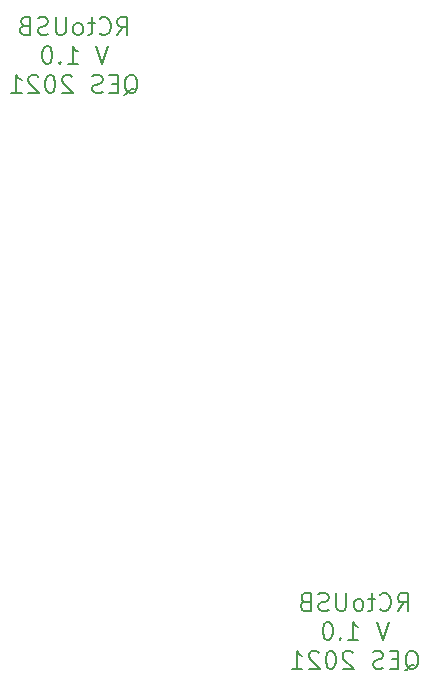
<source format=gbr>
G04 #@! TF.GenerationSoftware,KiCad,Pcbnew,(5.1.8)-1*
G04 #@! TF.CreationDate,2021-08-02T19:11:59-06:00*
G04 #@! TF.ProjectId,RCtoUSB,5243746f-5553-4422-9e6b-696361645f70,rev?*
G04 #@! TF.SameCoordinates,Original*
G04 #@! TF.FileFunction,Legend,Bot*
G04 #@! TF.FilePolarity,Positive*
%FSLAX46Y46*%
G04 Gerber Fmt 4.6, Leading zero omitted, Abs format (unit mm)*
G04 Created by KiCad (PCBNEW (5.1.8)-1) date 2021-08-02 19:11:59*
%MOMM*%
%LPD*%
G01*
G04 APERTURE LIST*
%ADD10C,0.200000*%
G04 APERTURE END LIST*
D10*
X125642857Y-122478571D02*
X126142857Y-121764285D01*
X126500000Y-122478571D02*
X126500000Y-120978571D01*
X125928571Y-120978571D01*
X125785714Y-121050000D01*
X125714285Y-121121428D01*
X125642857Y-121264285D01*
X125642857Y-121478571D01*
X125714285Y-121621428D01*
X125785714Y-121692857D01*
X125928571Y-121764285D01*
X126500000Y-121764285D01*
X124142857Y-122335714D02*
X124214285Y-122407142D01*
X124428571Y-122478571D01*
X124571428Y-122478571D01*
X124785714Y-122407142D01*
X124928571Y-122264285D01*
X125000000Y-122121428D01*
X125071428Y-121835714D01*
X125071428Y-121621428D01*
X125000000Y-121335714D01*
X124928571Y-121192857D01*
X124785714Y-121050000D01*
X124571428Y-120978571D01*
X124428571Y-120978571D01*
X124214285Y-121050000D01*
X124142857Y-121121428D01*
X123714285Y-121478571D02*
X123142857Y-121478571D01*
X123500000Y-120978571D02*
X123500000Y-122264285D01*
X123428571Y-122407142D01*
X123285714Y-122478571D01*
X123142857Y-122478571D01*
X122428571Y-122478571D02*
X122571428Y-122407142D01*
X122642857Y-122335714D01*
X122714285Y-122192857D01*
X122714285Y-121764285D01*
X122642857Y-121621428D01*
X122571428Y-121550000D01*
X122428571Y-121478571D01*
X122214285Y-121478571D01*
X122071428Y-121550000D01*
X122000000Y-121621428D01*
X121928571Y-121764285D01*
X121928571Y-122192857D01*
X122000000Y-122335714D01*
X122071428Y-122407142D01*
X122214285Y-122478571D01*
X122428571Y-122478571D01*
X121285714Y-120978571D02*
X121285714Y-122192857D01*
X121214285Y-122335714D01*
X121142857Y-122407142D01*
X121000000Y-122478571D01*
X120714285Y-122478571D01*
X120571428Y-122407142D01*
X120500000Y-122335714D01*
X120428571Y-122192857D01*
X120428571Y-120978571D01*
X119785714Y-122407142D02*
X119571428Y-122478571D01*
X119214285Y-122478571D01*
X119071428Y-122407142D01*
X119000000Y-122335714D01*
X118928571Y-122192857D01*
X118928571Y-122050000D01*
X119000000Y-121907142D01*
X119071428Y-121835714D01*
X119214285Y-121764285D01*
X119500000Y-121692857D01*
X119642857Y-121621428D01*
X119714285Y-121550000D01*
X119785714Y-121407142D01*
X119785714Y-121264285D01*
X119714285Y-121121428D01*
X119642857Y-121050000D01*
X119500000Y-120978571D01*
X119142857Y-120978571D01*
X118928571Y-121050000D01*
X117785714Y-121692857D02*
X117571428Y-121764285D01*
X117500000Y-121835714D01*
X117428571Y-121978571D01*
X117428571Y-122192857D01*
X117500000Y-122335714D01*
X117571428Y-122407142D01*
X117714285Y-122478571D01*
X118285714Y-122478571D01*
X118285714Y-120978571D01*
X117785714Y-120978571D01*
X117642857Y-121050000D01*
X117571428Y-121121428D01*
X117500000Y-121264285D01*
X117500000Y-121407142D01*
X117571428Y-121550000D01*
X117642857Y-121621428D01*
X117785714Y-121692857D01*
X118285714Y-121692857D01*
X124857142Y-123428571D02*
X124357142Y-124928571D01*
X123857142Y-123428571D01*
X121428571Y-124928571D02*
X122285714Y-124928571D01*
X121857142Y-124928571D02*
X121857142Y-123428571D01*
X122000000Y-123642857D01*
X122142857Y-123785714D01*
X122285714Y-123857142D01*
X120785714Y-124785714D02*
X120714285Y-124857142D01*
X120785714Y-124928571D01*
X120857142Y-124857142D01*
X120785714Y-124785714D01*
X120785714Y-124928571D01*
X119785714Y-123428571D02*
X119642857Y-123428571D01*
X119500000Y-123500000D01*
X119428571Y-123571428D01*
X119357142Y-123714285D01*
X119285714Y-124000000D01*
X119285714Y-124357142D01*
X119357142Y-124642857D01*
X119428571Y-124785714D01*
X119500000Y-124857142D01*
X119642857Y-124928571D01*
X119785714Y-124928571D01*
X119928571Y-124857142D01*
X120000000Y-124785714D01*
X120071428Y-124642857D01*
X120142857Y-124357142D01*
X120142857Y-124000000D01*
X120071428Y-123714285D01*
X120000000Y-123571428D01*
X119928571Y-123500000D01*
X119785714Y-123428571D01*
X126250000Y-127521428D02*
X126392857Y-127450000D01*
X126535714Y-127307142D01*
X126750000Y-127092857D01*
X126892857Y-127021428D01*
X127035714Y-127021428D01*
X126964285Y-127378571D02*
X127107142Y-127307142D01*
X127250000Y-127164285D01*
X127321428Y-126878571D01*
X127321428Y-126378571D01*
X127250000Y-126092857D01*
X127107142Y-125950000D01*
X126964285Y-125878571D01*
X126678571Y-125878571D01*
X126535714Y-125950000D01*
X126392857Y-126092857D01*
X126321428Y-126378571D01*
X126321428Y-126878571D01*
X126392857Y-127164285D01*
X126535714Y-127307142D01*
X126678571Y-127378571D01*
X126964285Y-127378571D01*
X125678571Y-126592857D02*
X125178571Y-126592857D01*
X124964285Y-127378571D02*
X125678571Y-127378571D01*
X125678571Y-125878571D01*
X124964285Y-125878571D01*
X124392857Y-127307142D02*
X124178571Y-127378571D01*
X123821428Y-127378571D01*
X123678571Y-127307142D01*
X123607142Y-127235714D01*
X123535714Y-127092857D01*
X123535714Y-126950000D01*
X123607142Y-126807142D01*
X123678571Y-126735714D01*
X123821428Y-126664285D01*
X124107142Y-126592857D01*
X124250000Y-126521428D01*
X124321428Y-126450000D01*
X124392857Y-126307142D01*
X124392857Y-126164285D01*
X124321428Y-126021428D01*
X124250000Y-125950000D01*
X124107142Y-125878571D01*
X123750000Y-125878571D01*
X123535714Y-125950000D01*
X121821428Y-126021428D02*
X121750000Y-125950000D01*
X121607142Y-125878571D01*
X121250000Y-125878571D01*
X121107142Y-125950000D01*
X121035714Y-126021428D01*
X120964285Y-126164285D01*
X120964285Y-126307142D01*
X121035714Y-126521428D01*
X121892857Y-127378571D01*
X120964285Y-127378571D01*
X120035714Y-125878571D02*
X119892857Y-125878571D01*
X119750000Y-125950000D01*
X119678571Y-126021428D01*
X119607142Y-126164285D01*
X119535714Y-126450000D01*
X119535714Y-126807142D01*
X119607142Y-127092857D01*
X119678571Y-127235714D01*
X119750000Y-127307142D01*
X119892857Y-127378571D01*
X120035714Y-127378571D01*
X120178571Y-127307142D01*
X120250000Y-127235714D01*
X120321428Y-127092857D01*
X120392857Y-126807142D01*
X120392857Y-126450000D01*
X120321428Y-126164285D01*
X120250000Y-126021428D01*
X120178571Y-125950000D01*
X120035714Y-125878571D01*
X118964285Y-126021428D02*
X118892857Y-125950000D01*
X118750000Y-125878571D01*
X118392857Y-125878571D01*
X118250000Y-125950000D01*
X118178571Y-126021428D01*
X118107142Y-126164285D01*
X118107142Y-126307142D01*
X118178571Y-126521428D01*
X119035714Y-127378571D01*
X118107142Y-127378571D01*
X116678571Y-127378571D02*
X117535714Y-127378571D01*
X117107142Y-127378571D02*
X117107142Y-125878571D01*
X117250000Y-126092857D01*
X117392857Y-126235714D01*
X117535714Y-126307142D01*
X101892857Y-73728571D02*
X102392857Y-73014285D01*
X102750000Y-73728571D02*
X102750000Y-72228571D01*
X102178571Y-72228571D01*
X102035714Y-72300000D01*
X101964285Y-72371428D01*
X101892857Y-72514285D01*
X101892857Y-72728571D01*
X101964285Y-72871428D01*
X102035714Y-72942857D01*
X102178571Y-73014285D01*
X102750000Y-73014285D01*
X100392857Y-73585714D02*
X100464285Y-73657142D01*
X100678571Y-73728571D01*
X100821428Y-73728571D01*
X101035714Y-73657142D01*
X101178571Y-73514285D01*
X101250000Y-73371428D01*
X101321428Y-73085714D01*
X101321428Y-72871428D01*
X101250000Y-72585714D01*
X101178571Y-72442857D01*
X101035714Y-72300000D01*
X100821428Y-72228571D01*
X100678571Y-72228571D01*
X100464285Y-72300000D01*
X100392857Y-72371428D01*
X99964285Y-72728571D02*
X99392857Y-72728571D01*
X99750000Y-72228571D02*
X99750000Y-73514285D01*
X99678571Y-73657142D01*
X99535714Y-73728571D01*
X99392857Y-73728571D01*
X98678571Y-73728571D02*
X98821428Y-73657142D01*
X98892857Y-73585714D01*
X98964285Y-73442857D01*
X98964285Y-73014285D01*
X98892857Y-72871428D01*
X98821428Y-72800000D01*
X98678571Y-72728571D01*
X98464285Y-72728571D01*
X98321428Y-72800000D01*
X98250000Y-72871428D01*
X98178571Y-73014285D01*
X98178571Y-73442857D01*
X98250000Y-73585714D01*
X98321428Y-73657142D01*
X98464285Y-73728571D01*
X98678571Y-73728571D01*
X97535714Y-72228571D02*
X97535714Y-73442857D01*
X97464285Y-73585714D01*
X97392857Y-73657142D01*
X97250000Y-73728571D01*
X96964285Y-73728571D01*
X96821428Y-73657142D01*
X96750000Y-73585714D01*
X96678571Y-73442857D01*
X96678571Y-72228571D01*
X96035714Y-73657142D02*
X95821428Y-73728571D01*
X95464285Y-73728571D01*
X95321428Y-73657142D01*
X95250000Y-73585714D01*
X95178571Y-73442857D01*
X95178571Y-73300000D01*
X95250000Y-73157142D01*
X95321428Y-73085714D01*
X95464285Y-73014285D01*
X95750000Y-72942857D01*
X95892857Y-72871428D01*
X95964285Y-72800000D01*
X96035714Y-72657142D01*
X96035714Y-72514285D01*
X95964285Y-72371428D01*
X95892857Y-72300000D01*
X95750000Y-72228571D01*
X95392857Y-72228571D01*
X95178571Y-72300000D01*
X94035714Y-72942857D02*
X93821428Y-73014285D01*
X93750000Y-73085714D01*
X93678571Y-73228571D01*
X93678571Y-73442857D01*
X93750000Y-73585714D01*
X93821428Y-73657142D01*
X93964285Y-73728571D01*
X94535714Y-73728571D01*
X94535714Y-72228571D01*
X94035714Y-72228571D01*
X93892857Y-72300000D01*
X93821428Y-72371428D01*
X93750000Y-72514285D01*
X93750000Y-72657142D01*
X93821428Y-72800000D01*
X93892857Y-72871428D01*
X94035714Y-72942857D01*
X94535714Y-72942857D01*
X101107142Y-74678571D02*
X100607142Y-76178571D01*
X100107142Y-74678571D01*
X97678571Y-76178571D02*
X98535714Y-76178571D01*
X98107142Y-76178571D02*
X98107142Y-74678571D01*
X98250000Y-74892857D01*
X98392857Y-75035714D01*
X98535714Y-75107142D01*
X97035714Y-76035714D02*
X96964285Y-76107142D01*
X97035714Y-76178571D01*
X97107142Y-76107142D01*
X97035714Y-76035714D01*
X97035714Y-76178571D01*
X96035714Y-74678571D02*
X95892857Y-74678571D01*
X95750000Y-74750000D01*
X95678571Y-74821428D01*
X95607142Y-74964285D01*
X95535714Y-75250000D01*
X95535714Y-75607142D01*
X95607142Y-75892857D01*
X95678571Y-76035714D01*
X95750000Y-76107142D01*
X95892857Y-76178571D01*
X96035714Y-76178571D01*
X96178571Y-76107142D01*
X96250000Y-76035714D01*
X96321428Y-75892857D01*
X96392857Y-75607142D01*
X96392857Y-75250000D01*
X96321428Y-74964285D01*
X96250000Y-74821428D01*
X96178571Y-74750000D01*
X96035714Y-74678571D01*
X102500000Y-78771428D02*
X102642857Y-78700000D01*
X102785714Y-78557142D01*
X103000000Y-78342857D01*
X103142857Y-78271428D01*
X103285714Y-78271428D01*
X103214285Y-78628571D02*
X103357142Y-78557142D01*
X103500000Y-78414285D01*
X103571428Y-78128571D01*
X103571428Y-77628571D01*
X103500000Y-77342857D01*
X103357142Y-77200000D01*
X103214285Y-77128571D01*
X102928571Y-77128571D01*
X102785714Y-77200000D01*
X102642857Y-77342857D01*
X102571428Y-77628571D01*
X102571428Y-78128571D01*
X102642857Y-78414285D01*
X102785714Y-78557142D01*
X102928571Y-78628571D01*
X103214285Y-78628571D01*
X101928571Y-77842857D02*
X101428571Y-77842857D01*
X101214285Y-78628571D02*
X101928571Y-78628571D01*
X101928571Y-77128571D01*
X101214285Y-77128571D01*
X100642857Y-78557142D02*
X100428571Y-78628571D01*
X100071428Y-78628571D01*
X99928571Y-78557142D01*
X99857142Y-78485714D01*
X99785714Y-78342857D01*
X99785714Y-78200000D01*
X99857142Y-78057142D01*
X99928571Y-77985714D01*
X100071428Y-77914285D01*
X100357142Y-77842857D01*
X100500000Y-77771428D01*
X100571428Y-77700000D01*
X100642857Y-77557142D01*
X100642857Y-77414285D01*
X100571428Y-77271428D01*
X100500000Y-77200000D01*
X100357142Y-77128571D01*
X100000000Y-77128571D01*
X99785714Y-77200000D01*
X98071428Y-77271428D02*
X98000000Y-77200000D01*
X97857142Y-77128571D01*
X97500000Y-77128571D01*
X97357142Y-77200000D01*
X97285714Y-77271428D01*
X97214285Y-77414285D01*
X97214285Y-77557142D01*
X97285714Y-77771428D01*
X98142857Y-78628571D01*
X97214285Y-78628571D01*
X96285714Y-77128571D02*
X96142857Y-77128571D01*
X96000000Y-77200000D01*
X95928571Y-77271428D01*
X95857142Y-77414285D01*
X95785714Y-77700000D01*
X95785714Y-78057142D01*
X95857142Y-78342857D01*
X95928571Y-78485714D01*
X96000000Y-78557142D01*
X96142857Y-78628571D01*
X96285714Y-78628571D01*
X96428571Y-78557142D01*
X96500000Y-78485714D01*
X96571428Y-78342857D01*
X96642857Y-78057142D01*
X96642857Y-77700000D01*
X96571428Y-77414285D01*
X96500000Y-77271428D01*
X96428571Y-77200000D01*
X96285714Y-77128571D01*
X95214285Y-77271428D02*
X95142857Y-77200000D01*
X95000000Y-77128571D01*
X94642857Y-77128571D01*
X94500000Y-77200000D01*
X94428571Y-77271428D01*
X94357142Y-77414285D01*
X94357142Y-77557142D01*
X94428571Y-77771428D01*
X95285714Y-78628571D01*
X94357142Y-78628571D01*
X92928571Y-78628571D02*
X93785714Y-78628571D01*
X93357142Y-78628571D02*
X93357142Y-77128571D01*
X93500000Y-77342857D01*
X93642857Y-77485714D01*
X93785714Y-77557142D01*
M02*

</source>
